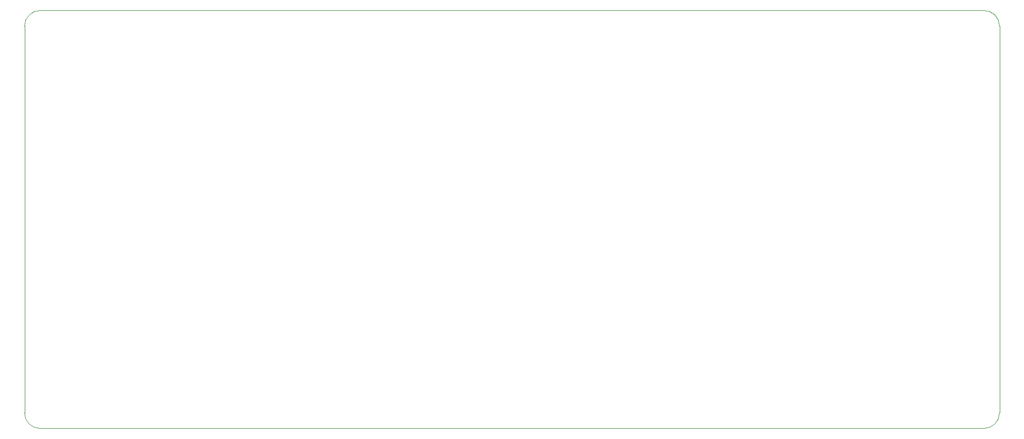
<source format=gbr>
G04 #@! TF.GenerationSoftware,KiCad,Pcbnew,(5.1.4)-1*
G04 #@! TF.CreationDate,2020-03-26T15:58:28-04:00*
G04 #@! TF.ProjectId,counter,636f756e-7465-4722-9e6b-696361645f70,v01*
G04 #@! TF.SameCoordinates,Original*
G04 #@! TF.FileFunction,Profile,NP*
%FSLAX46Y46*%
G04 Gerber Fmt 4.6, Leading zero omitted, Abs format (unit mm)*
G04 Created by KiCad (PCBNEW (5.1.4)-1) date 2020-03-26 15:58:28*
%MOMM*%
%LPD*%
G04 APERTURE LIST*
%ADD10C,0.050000*%
G04 APERTURE END LIST*
D10*
X53340000Y-135128000D02*
G75*
G02X50800000Y-132588000I0J2540000D01*
G01*
X210820000Y-132588000D02*
G75*
G02X208280000Y-135128000I-2540000J0D01*
G01*
X208280000Y-66548000D02*
G75*
G02X210820000Y-69088000I0J-2540000D01*
G01*
X50800000Y-69088000D02*
G75*
G02X53340000Y-66548000I2540000J0D01*
G01*
X208280000Y-66548000D02*
X53340000Y-66548000D01*
X210820000Y-132588000D02*
X210820000Y-69088000D01*
X53340000Y-135128000D02*
X208280000Y-135128000D01*
X50800000Y-69088000D02*
X50800000Y-132588000D01*
M02*

</source>
